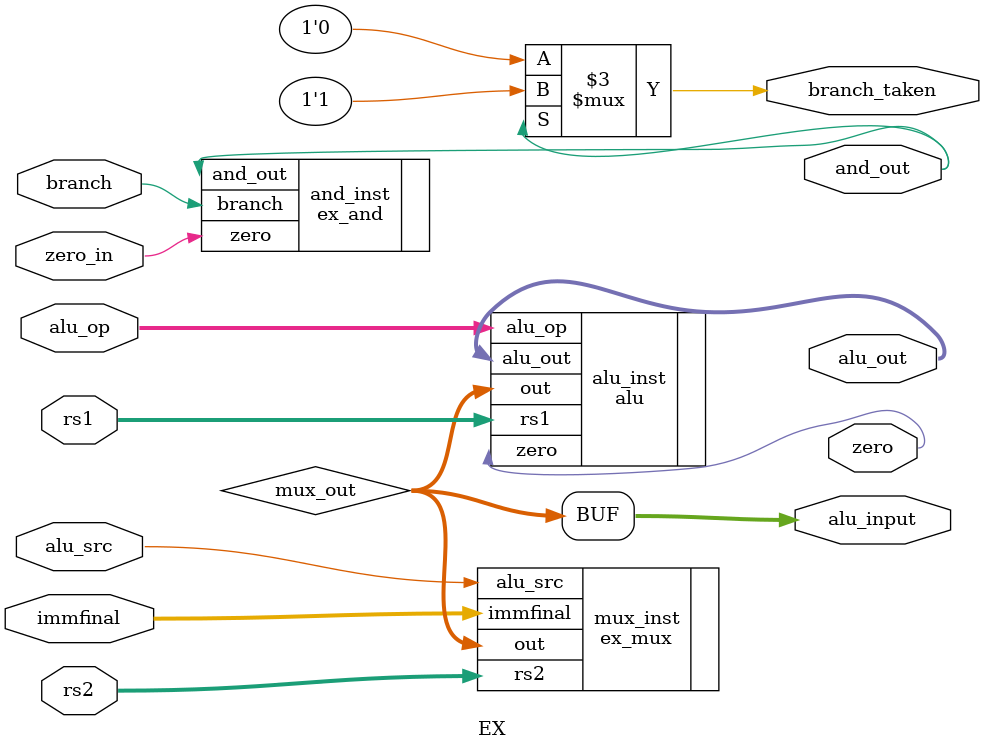
<source format=sv>
module EX (
    input logic [31:0] rs1,        // Input from the first register
    input logic [31:0] rs2,        // Input from the second register
    input logic [31:0] immfinal,   // Immediate value
    input logic [3:0] alu_op,      // ALU operation code
    input logic alu_src,           // ALU source control (whether to use rs2 or immfinal)
    input logic zero_in,           // Zero flag from the previous stage (to check branch)
    input logic branch,            // Branch control signal
    output logic [31:0] alu_out,   // ALU result
    output logic zero,             // Zero flag output
    output logic branch_taken,     // Branch decision
    output logic [31:0] alu_input, // Input to the ALU (rs2 or immfinal)
    output logic and_out           // Add this output for the and_out signal
);

    // Wires to connect different modules
    wire [31:0] mux_out;           // Output from the mux

    // Instantiate the ex_mux (mux) module
    ex_mux #(32) mux_inst (
        .rs2(rs2),                    // 'a' connected to rs2
        .immfinal(immfinal),          // 'b' connected to immfinal
        .alu_src(alu_src),            // 's' connected to alu_src
        .out(mux_out)                 // Output connected to mux_out
    );

    // Instantiate the alu module
    alu alu_inst (
        .rs1(rs1),                    // 'rs1' input
        .out(mux_out),                // 'rs2' input is muxed value (mux_out)
        .alu_op(alu_op),              // ALU operation code
        .alu_out(alu_out),            // ALU output
        .zero(zero)                   // Zero flag output
    );
    // Instantiate the ex_and module
    ex_and and_inst (
        .zero(zero_in),               // Zero flag input from previous stage
        .branch(branch),              // Branch control signal
        .and_out(and_out)             // AND result for branch condition
    );

    // Branch decision logic
    always_comb begin
        if (and_out)                  // If and_out is true, branch is taken
            branch_taken = 1;
        else
            branch_taken = 0;        // No branch taken otherwise
    end

    // ALU input is selected from the mux
    assign alu_input = mux_out;

endmodule

</source>
